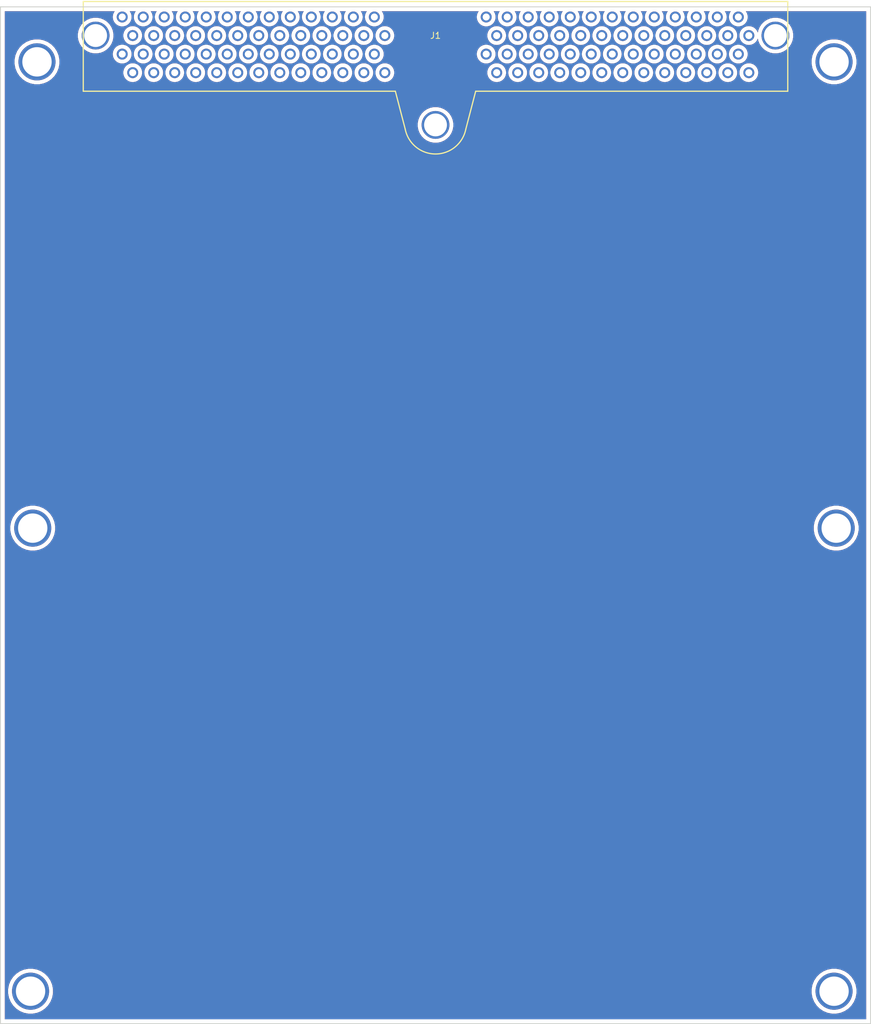
<source format=kicad_pcb>
(kicad_pcb (version 20221018) (generator pcbnew)
  (layers (0 "F.Cu" signal) (31 "B.Cu" signal) (34 "B.Paste" user) (35 "F.Paste" user) (36 "B.SilkS" user "B.Silkscreen") (37 "F.SilkS" user "F.Silkscreen") (38 "B.Mask" user) (39 "F.Mask" user) (44 "Edge.Cuts" user))
  (net 0 "")
  (footprint "rusefi_lib:eecv" (layer "F.Cu") (at 93.63 20.44)
    (fp_text reference "J1" (at 0 5.5) (layer "F.SilkS"))
    (fp_text value "EEC-V")
    (fp_line (start -57 0) (end -57 14.5) (stroke (width 0.2)) (layer "F.SilkS"))
    (fp_line (start -57 14.5) (end -6.5 14.5) (stroke (width 0.2)) (layer "F.SilkS"))
    (fp_line (start -4.902788 20.63116) (end -6.5 14.5) (stroke (width 0.2)) (layer "F.SilkS"))
    (fp_line (start 4.903359 20.628302) (end 6.5 14.5) (stroke (width 0.2)) (layer "F.SilkS"))
    (fp_line (start 6.5 14.5) (end 57 14.5) (stroke (width 0.2)) (layer "F.SilkS"))
    (fp_line (start 57 0) (end -57 0) (stroke (width 0.2)) (layer "F.SilkS"))
    (fp_line (start 57 14.5) (end 57 0) (stroke (width 0.2)) (layer "F.SilkS"))
    (fp_arc (start 4.903359 20.628302) (mid 0.001457 24.65) (end -4.902788 20.63116) (stroke (width 0.2)) (layer "F.SilkS"))
    (pad "" thru_hole circle (at -55 5.5) (size 4.5 4.5) (drill 3.7) (layers "*.Cu" "*.Mask"))
    (pad "" thru_hole circle (at 0 19.95) (size 4.5 4.5) (drill 3.7) (layers "*.Cu" "*.Mask"))
    (pad "" thru_hole circle (at 55 5.5) (size 4.5 4.5) (drill 3.7) (layers "*.Cu" "*.Mask"))
    (pad "1" thru_hole circle (at 49 2.5) (size 1.778 1.778) (drill 1.143) (layers "*.Cu" "*.Mask"))
    (pad "2" thru_hole circle (at 45.6 2.5) (size 1.778 1.778) (drill 1.143) (layers "*.Cu" "*.Mask"))
    (pad "3" thru_hole circle (at 42.2 2.5) (size 1.778 1.778) (drill 1.143) (layers "*.Cu" "*.Mask"))
    (pad "4" thru_hole circle (at 38.8 2.5) (size 1.778 1.778) (drill 1.143) (layers "*.Cu" "*.Mask"))
    (pad "5" thru_hole circle (at 35.4 2.5) (size 1.778 1.778) (drill 1.143) (layers "*.Cu" "*.Mask"))
    (pad "6" thru_hole circle (at 32 2.5) (size 1.778 1.778) (drill 1.143) (layers "*.Cu" "*.Mask"))
    (pad "7" thru_hole circle (at 28.6 2.5) (size 1.778 1.778) (drill 1.143) (layers "*.Cu" "*.Mask"))
    (pad "8" thru_hole circle (at 25.2 2.5) (size 1.778 1.778) (drill 1.143) (layers "*.Cu" "*.Mask"))
    (pad "9" thru_hole circle (at 21.8 2.5) (size 1.778 1.778) (drill 1.143) (layers "*.Cu" "*.Mask"))
    (pad "10" thru_hole circle (at 18.4 2.5) (size 1.778 1.778) (drill 1.143) (layers "*.Cu" "*.Mask"))
    (pad "11" thru_hole circle (at 15 2.5) (size 1.778 1.778) (drill 1.143) (layers "*.Cu" "*.Mask"))
    (pad "12" thru_hole circle (at 11.6 2.5) (size 1.778 1.778) (drill 1.143) (layers "*.Cu" "*.Mask"))
    (pad "13" thru_hole circle (at 8.2 2.5) (size 1.778 1.778) (drill 1.143) (layers "*.Cu" "*.Mask"))
    (pad "14" thru_hole circle (at -9.9 2.5) (size 1.778 1.778) (drill 1.143) (layers "*.Cu" "*.Mask"))
    (pad "15" thru_hole circle (at -13.3 2.5) (size 1.778 1.778) (drill 1.143) (layers "*.Cu" "*.Mask"))
    (pad "16" thru_hole circle (at -16.7 2.5) (size 1.778 1.778) (drill 1.143) (layers "*.Cu" "*.Mask"))
    (pad "17" thru_hole circle (at -20.1 2.5) (size 1.778 1.778) (drill 1.143) (layers "*.Cu" "*.Mask"))
    (pad "18" thru_hole circle (at -23.5 2.5) (size 1.778 1.778) (drill 1.143) (layers "*.Cu" "*.Mask"))
    (pad "19" thru_hole circle (at -26.9 2.5) (size 1.778 1.778) (drill 1.143) (layers "*.Cu" "*.Mask"))
    (pad "20" thru_hole circle (at -30.3 2.5) (size 1.778 1.778) (drill 1.143) (layers "*.Cu" "*.Mask"))
    (pad "21" thru_hole circle (at -33.7 2.5) (size 1.778 1.778) (drill 1.143) (layers "*.Cu" "*.Mask"))
    (pad "22" thru_hole circle (at -37.1 2.5) (size 1.778 1.778) (drill 1.143) (layers "*.Cu" "*.Mask"))
    (pad "23" thru_hole circle (at -40.5 2.5) (size 1.778 1.778) (drill 1.143) (layers "*.Cu" "*.Mask"))
    (pad "24" thru_hole circle (at -43.9 2.5) (size 1.778 1.778) (drill 1.143) (layers "*.Cu" "*.Mask"))
    (pad "25" thru_hole circle (at -47.3 2.5) (size 1.778 1.778) (drill 1.143) (layers "*.Cu" "*.Mask"))
    (pad "26" thru_hole circle (at -50.7 2.5) (size 1.778 1.778) (drill 1.143) (layers "*.Cu" "*.Mask"))
    (pad "27" thru_hole circle (at 50.7 5.5) (size 1.778 1.778) (drill 1.143) (layers "*.Cu" "*.Mask"))
    (pad "28" thru_hole circle (at 47.3 5.5) (size 1.778 1.778) (drill 1.143) (layers "*.Cu" "*.Mask"))
    (pad "29" thru_hole circle (at 43.9 5.5) (size 1.778 1.778) (drill 1.143) (layers "*.Cu" "*.Mask"))
    (pad "30" thru_hole circle (at 40.5 5.5) (size 1.778 1.778) (drill 1.143) (layers "*.Cu" "*.Mask"))
    (pad "31" thru_hole circle (at 37.1 5.5) (size 1.778 1.778) (drill 1.143) (layers "*.Cu" "*.Mask"))
    (pad "32" thru_hole circle (at 33.7 5.5) (size 1.778 1.778) (drill 1.143) (layers "*.Cu" "*.Mask"))
    (pad "33" thru_hole circle (at 30.3 5.5) (size 1.778 1.778) (drill 1.143) (layers "*.Cu" "*.Mask"))
    (pad "34" thru_hole circle (at 26.9 5.5) (size 1.778 1.778) (drill 1.143) (layers "*.Cu" "*.Mask"))
    (pad "35" thru_hole circle (at 23.5 5.5) (size 1.778 1.778) (drill 1.143) (layers "*.Cu" "*.Mask"))
    (pad "36" thru_hole circle (at 20.1 5.5) (size 1.778 1.778) (drill 1.143) (layers "*.Cu" "*.Mask"))
    (pad "37" thru_hole circle (at 16.7 5.5) (size 1.778 1.778) (drill 1.143) (layers "*.Cu" "*.Mask"))
    (pad "38" thru_hole circle (at 13.3 5.5) (size 1.778 1.778) (drill 1.143) (layers "*.Cu" "*.Mask"))
    (pad "39" thru_hole circle (at 9.9 5.5) (size 1.778 1.778) (drill 1.143) (layers "*.Cu" "*.Mask"))
    (pad "40" thru_hole circle (at -8.2 5.5) (size 1.778 1.778) (drill 1.143) (layers "*.Cu" "*.Mask"))
    (pad "41" thru_hole circle (at -11.6 5.5) (size 1.778 1.778) (drill 1.143) (layers "*.Cu" "*.Mask"))
    (pad "42" thru_hole circle (at -15 5.5) (size 1.778 1.778) (drill 1.143) (layers "*.Cu" "*.Mask"))
    (pad "43" thru_hole circle (at -18.4 5.5) (size 1.778 1.778) (drill 1.143) (layers "*.Cu" "*.Mask"))
    (pad "44" thru_hole circle (at -21.8 5.5) (size 1.778 1.778) (drill 1.143) (layers "*.Cu" "*.Mask"))
    (pad "45" thru_hole circle (at -25.2 5.5) (size 1.778 1.778) (drill 1.143) (layers "*.Cu" "*.Mask"))
    (pad "46" thru_hole circle (at -28.6 5.5) (size 1.778 1.778) (drill 1.143) (layers "*.Cu" "*.Mask"))
    (pad "47" thru_hole circle (at -32 5.5) (size 1.778 1.778) (drill 1.143) (layers "*.Cu" "*.Mask"))
    (pad "48" thru_hole circle (at -35.4 5.5) (size 1.778 1.778) (drill 1.143) (layers "*.Cu" "*.Mask"))
    (pad "49" thru_hole circle (at -38.8 5.5) (size 1.778 1.778) (drill 1.143) (layers "*.Cu" "*.Mask"))
    (pad "50" thru_hole circle (at -42.2 5.5) (size 1.778 1.778) (drill 1.143) (layers "*.Cu" "*.Mask"))
    (pad "51" thru_hole circle (at -45.6 5.5) (size 1.778 1.778) (drill 1.143) (layers "*.Cu" "*.Mask"))
    (pad "52" thru_hole circle (at -49 5.5) (size 1.778 1.778) (drill 1.143) (layers "*.Cu" "*.Mask"))
    (pad "53" thru_hole circle (at 49 8.5) (size 1.778 1.778) (drill 1.143) (layers "*.Cu" "*.Mask"))
    (pad "54" thru_hole circle (at 45.6 8.5) (size 1.778 1.778) (drill 1.143) (layers "*.Cu" "*.Mask"))
    (pad "55" thru_hole circle (at 42.2 8.5) (size 1.778 1.778) (drill 1.143) (layers "*.Cu" "*.Mask"))
    (pad "56" thru_hole circle (at 38.8 8.5) (size 1.778 1.778) (drill 1.143) (layers "*.Cu" "*.Mask"))
    (pad "57" thru_hole circle (at 35.4 8.5) (size 1.778 1.778) (drill 1.143) (layers "*.Cu" "*.Mask"))
    (pad "58" thru_hole circle (at 32 8.5) (size 1.778 1.778) (drill 1.143) (layers "*.Cu" "*.Mask"))
    (pad "59" thru_hole circle (at 28.6 8.5) (size 1.778 1.778) (drill 1.143) (layers "*.Cu" "*.Mask"))
    (pad "60" thru_hole circle (at 25.2 8.5) (size 1.778 1.778) (drill 1.143) (layers "*.Cu" "*.Mask"))
    (pad "61" thru_hole circle (at 21.8 8.5) (size 1.778 1.778) (drill 1.143) (layers "*.Cu" "*.Mask"))
    (pad "62" thru_hole circle (at 18.4 8.5) (size 1.778 1.778) (drill 1.143) (layers "*.Cu" "*.Mask"))
    (pad "63" thru_hole circle (at 15 8.5) (size 1.778 1.778) (drill 1.143) (layers "*.Cu" "*.Mask"))
    (pad "64" thru_hole circle (at 11.6 8.5) (size 1.778 1.778) (drill 1.143) (layers "*.Cu" "*.Mask"))
    (pad "65" thru_hole circle (at 8.2 8.5) (size 1.778 1.778) (drill 1.143) (layers "*.Cu" "*.Mask"))
    (pad "66" thru_hole circle (at -9.9 8.5) (size 1.778 1.778) (drill 1.143) (layers "*.Cu" "*.Mask"))
    (pad "67" thru_hole circle (at -13.3 8.5) (size 1.778 1.778) (drill 1.143) (layers "*.Cu" "*.Mask"))
    (pad "68" thru_hole circle (at -16.7 8.5) (size 1.778 1.778) (drill 1.143) (layers "*.Cu" "*.Mask"))
    (pad "69" thru_hole circle (at -20.1 8.5) (size 1.778 1.778) (drill 1.143) (layers "*.Cu" "*.Mask"))
    (pad "70" thru_hole circle (at -23.5 8.5) (size 1.778 1.778) (drill 1.143) (layers "*.Cu" "*.Mask"))
    (pad "71" thru_hole circle (at -26.9 8.5) (size 1.778 1.778) (drill 1.143) (layers "*.Cu" "*.Mask"))
    (pad "72" thru_hole circle (at -30.3 8.5) (size 1.778 1.778) (drill 1.143) (layers "*.Cu" "*.Mask"))
    (pad "73" thru_hole circle (at -33.7 8.5) (size 1.778 1.778) (drill 1.143) (layers "*.Cu" "*.Mask"))
    (pad "74" thru_hole circle (at -37.1 8.5) (size 1.778 1.778) (drill 1.143) (layers "*.Cu" "*.Mask"))
    (pad "75" thru_hole circle (at -40.5 8.5) (size 1.778 1.778) (drill 1.143) (layers "*.Cu" "*.Mask"))
    (pad "76" thru_hole circle (at -43.9 8.5) (size 1.778 1.778) (drill 1.143) (layers "*.Cu" "*.Mask"))
    (pad "77" thru_hole circle (at -47.3 8.5) (size 1.778 1.778) (drill 1.143) (layers "*.Cu" "*.Mask"))
    (pad "78" thru_hole circle (at -50.7 8.5) (size 1.778 1.778) (drill 1.143) (layers "*.Cu" "*.Mask"))
    (pad "79" thru_hole circle (at 50.7 11.5) (size 1.778 1.778) (drill 1.143) (layers "*.Cu" "*.Mask"))
    (pad "80" thru_hole circle (at 47.3 11.5) (size 1.778 1.778) (drill 1.143) (layers "*.Cu" "*.Mask"))
    (pad "81" thru_hole circle (at 43.9 11.5) (size 1.778 1.778) (drill 1.143) (layers "*.Cu" "*.Mask"))
    (pad "82" thru_hole circle (at 40.5 11.5) (size 1.778 1.778) (drill 1.143) (layers "*.Cu" "*.Mask"))
    (pad "83" thru_hole circle (at 37.1 11.5) (size 1.778 1.778) (drill 1.143) (layers "*.Cu" "*.Mask"))
    (pad "84" thru_hole circle (at 33.7 11.5) (size 1.778 1.778) (drill 1.143) (layers "*.Cu" "*.Mask"))
    (pad "85" thru_hole circle (at 30.3 11.5) (size 1.778 1.778) (drill 1.143) (layers "*.Cu" "*.Mask"))
    (pad "86" thru_hole circle (at 26.9 11.5) (size 1.778 1.778) (drill 1.143) (layers "*.Cu" "*.Mask"))
    (pad "87" thru_hole circle (at 23.5 11.5) (size 1.778 1.778) (drill 1.143) (layers "*.Cu" "*.Mask"))
    (pad "88" thru_hole circle (at 20.1 11.5) (size 1.778 1.778) (drill 1.143) (layers "*.Cu" "*.Mask"))
    (pad "89" thru_hole circle (at 16.7 11.5) (size 1.778 1.778) (drill 1.143) (layers "*.Cu" "*.Mask"))
    (pad "90" thru_hole circle (at 13.3 11.5) (size 1.778 1.778) (drill 1.143) (layers "*.Cu" "*.Mask"))
    (pad "91" thru_hole circle (at 9.9 11.5) (size 1.778 1.778) (drill 1.143) (layers "*.Cu" "*.Mask"))
    (pad "92" thru_hole circle (at -8.2 11.5) (size 1.778 1.778) (drill 1.143) (layers "*.Cu" "*.Mask"))
    (pad "93" thru_hole circle (at -11.6 11.5) (size 1.778 1.778) (drill 1.143) (layers "*.Cu" "*.Mask"))
    (pad "94" thru_hole circle (at -15 11.5) (size 1.778 1.778) (drill 1.143) (layers "*.Cu" "*.Mask"))
    (pad "95" thru_hole circle (at -18.4 11.5) (size 1.778 1.778) (drill 1.143) (layers "*.Cu" "*.Mask"))
    (pad "96" thru_hole circle (at -21.8 11.5) (size 1.778 1.778) (drill 1.143) (layers "*.Cu" "*.Mask"))
    (pad "97" thru_hole circle (at -25.2 11.5) (size 1.778 1.778) (drill 1.143) (layers "*.Cu" "*.Mask"))
    (pad "98" thru_hole circle (at -28.6 11.5) (size 1.778 1.778) (drill 1.143) (layers "*.Cu" "*.Mask"))
    (pad "99" thru_hole circle (at -32 11.5) (size 1.778 1.778) (drill 1.143) (layers "*.Cu" "*.Mask"))
    (pad "100" thru_hole circle (at -35.4 11.5) (size 1.778 1.778) (drill 1.143) (layers "*.Cu" "*.Mask"))
    (pad "101" thru_hole circle (at -38.8 11.5) (size 1.778 1.778) (drill 1.143) (layers "*.Cu" "*.Mask"))
    (pad "102" thru_hole circle (at -42.2 11.5) (size 1.778 1.778) (drill 1.143) (layers "*.Cu" "*.Mask"))
    (pad "103" thru_hole circle (at -45.6 11.5) (size 1.778 1.778) (drill 1.143) (layers "*.Cu" "*.Mask"))
    (pad "104" thru_hole circle (at -49 11.5) (size 1.778 1.778) (drill 1.143) (layers "*.Cu" "*.Mask"))
  )
  (gr_line (start 23.23 185.72) (end 164.03 185.72) (stroke (width 0.15)) (layer "Edge.Cuts"))
  (gr_line (start 23.23 21.3) (end 23.23 185.72) (stroke (width 0.15)) (layer "Edge.Cuts"))
  (gr_line (start 164.03 185.72) (end 164.03 21.3) (stroke (width 0.15)) (layer "Edge.Cuts"))
  (gr_line (start 23.23 21.3) (end 164.03 21.3) (stroke (width 0.15)) (layer "Edge.Cuts"))
  (via (at 29.14 30.19) (size 6) (drill 4.75) (layers "F.Cu" "B.Cu") (net 0))
  (via (at 28.1 180.47) (size 6) (drill 4.75) (layers "F.Cu" "B.Cu") (net 0))
  (via (at 158.12 180.47) (size 6) (drill 4.75) (layers "F.Cu" "B.Cu") (net 0))
  (via (at 28.45 105.59) (size 6) (drill 4.75) (layers "F.Cu" "B.Cu") (net 0))
  (via (at 158.47 105.59) (size 6) (drill 4.75) (layers "F.Cu" "B.Cu") (net 0))
  (via (at 158.12 30.19) (size 6) (drill 4.75) (layers "F.Cu" "B.Cu") (net 0))
  (zone (net 0) (net_name "") (layer "F.Cu") (connect_pads (clearance 0.508)) (min_thickness 0.254) (fill yes (thermal_gap 0.508) (thermal_bridge_width 0.508))
    (polygon (pts (xy 164.03 185.7) (xy 23.23 185.7) (xy 23.23 21.3) (xy 164.03 21.3)))
  )
  (zone (net 0) (net_name "") (layer "B.Cu") (connect_pads (clearance 0.508)) (min_thickness 0.254) (fill yes (thermal_gap 0.508) (thermal_bridge_width 0.508))
    (polygon (pts (xy 164.03 185.7) (xy 23.23 185.7) (xy 23.23 21.3) (xy 164.03 21.3)))
  )
)
</source>
